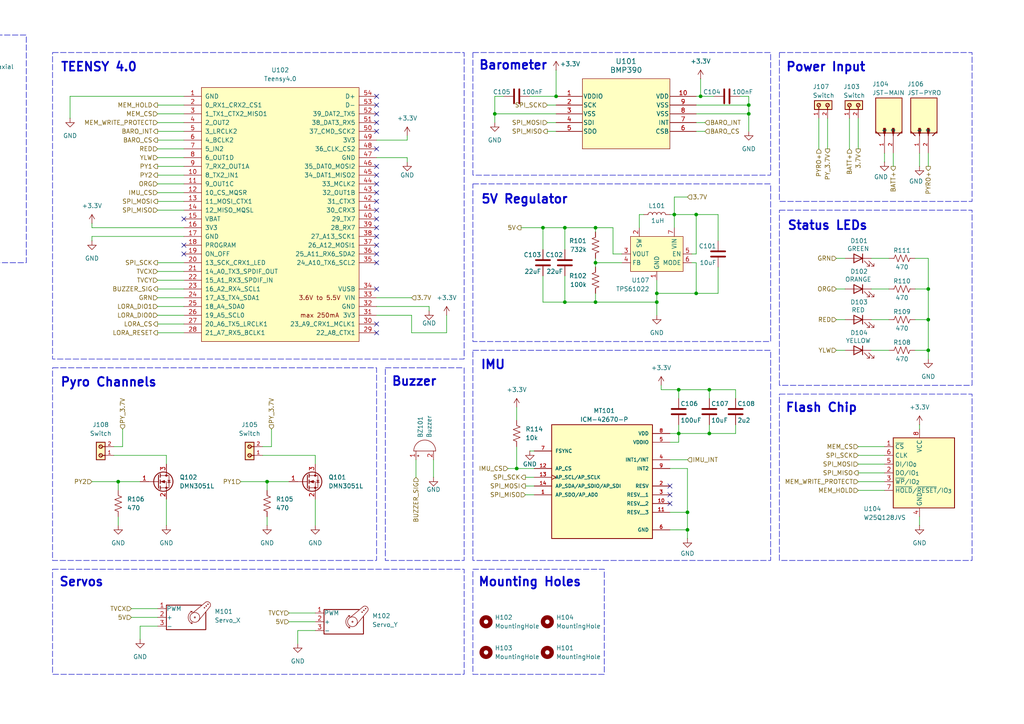
<source format=kicad_sch>
(kicad_sch (version 20250114) (generator "eeschema") (generator_version "9.0")
  (paper "A4")
  (rectangle (start 137.16 15.24) (end 223.52 50.8) (stroke (width 0) (type dash)))
  (rectangle (start 111.76 106.68) (end 134.62 162.56) (stroke (width 0) (type dash)))
  (rectangle (start 15.24 106.68) (end 109.22 162.56) (stroke (width 0) (type dash)))
  (rectangle (start 15.24 165.1) (end 134.62 195.58) (stroke (width 0) (type dash)))
  (rectangle (start -78.74 10.16) (end 7.62 76.2) (stroke (width 0) (type dash)))
  (rectangle (start 137.16 165.1) (end 175.26 195.58) (stroke (width 0) (type dash)))
  (rectangle (start 226.06 15.24) (end 281.94 58.42) (stroke (width 0) (type dash)))
  (rectangle (start 15.24 15.24) (end 134.62 104.14) (stroke (width 0) (type dash)))
  (rectangle (start 137.16 53.34) (end 223.52 99.06) (stroke (width 0) (type dash)))
  (rectangle (start 226.06 60.96) (end 281.94 111.76) (stroke (width 0) (type dash)))
  (rectangle (start 137.16 101.6) (end 223.52 162.56) (stroke (width 0) (type dash)))
  (rectangle (start 226.06 114.3) (end 281.94 162.56) (stroke (width 0) (type dash)))
  (text "Mounting Holes" (at 153.67 168.91 0) (effects (font (size 2.54 2.54) (thickness 0.508) (bold yes))))
  (text "TEENSY 4.0" (at 28.702 19.558 0) (effects (font (size 2.54 2.54) (thickness 0.508) (bold yes))))
  (text "5V Regulator" (at 152.146 57.912 0) (effects (font (size 2.54 2.54) (thickness 0.508) (bold yes))))
  (text "Status LEDs\n" (at 240.03 65.532 0) (effects (font (size 2.54 2.54) (thickness 0.508) (bold yes))))
  (text "IMU" (at 143.002 105.918 0) (effects (font (size 2.54 2.54) (thickness 0.508) (bold yes))))
  (text "Power Input\n" (at 239.522 19.558 0) (effects (font (size 2.54 2.54) (thickness 0.508) (bold yes))))
  (text "Servos" (at 23.622 168.91 0) (effects (font (size 2.54 2.54) (thickness 0.508) (bold yes))))
  (text "Pyro Channels\n" (at 31.496 110.998 0) (effects (font (size 2.54 2.54) (thickness 0.508) (bold yes))))
  (text "Flash Chip\n" (at 238.252 118.364 0) (effects (font (size 2.54 2.54) (thickness 0.508) (bold yes))))
  (text "LORA" (at -71.882 13.97 0) (effects (font (size 2.54 2.54) (thickness 0.508) (bold yes))))
  (text "Buzzer\n" (at 120.142 110.744 0) (effects (font (size 2.54 2.54) (thickness 0.508) (bold yes))))
  (text "Barometer\n" (at 148.844 19.05 0) (effects (font (size 2.54 2.54) (thickness 0.508) (bold yes))))
  (junction (at 161.29 27.94))
  (junction (at 172.72 87.63))
  (junction (at 269.24 101.6))
  (junction (at 143.51 33.02))
  (junction (at -35.56 64.77))
  (junction (at 196.85 125.73))
  (junction (at -35.56 67.31))
  (junction (at 205.74 125.73))
  (junction (at 157.48 66.04))
  (junction (at 172.72 76.2))
  (junction (at 269.24 92.71))
  (junction (at 190.5 85.09))
  (junction (at 269.24 83.82))
  (junction (at 172.72 66.04))
  (junction (at -35.56 27.94))
  (junction (at 77.47 139.7))
  (junction (at 217.17 33.02))
  (junction (at 149.86 135.89))
  (junction (at 163.83 87.63))
  (junction (at 201.93 62.23))
  (junction (at 203.2 27.94))
  (junction (at 199.39 153.67))
  (junction (at 34.29 139.7))
  (junction (at 199.39 148.59))
  (junction (at 205.74 113.03))
  (junction (at 190.5 87.63))
  (junction (at 217.17 30.48))
  (junction (at 201.93 85.09))
  (junction (at 163.83 66.04))
  (junction (at 196.85 113.03))
  (junction (at 195.58 62.23))
  (no_connect (at 109.22 50.8))
  (no_connect (at 109.22 68.58))
  (no_connect (at 109.22 58.42))
  (no_connect (at 109.22 33.02))
  (no_connect (at -8.89 55.88))
  (no_connect (at 109.22 43.18))
  (no_connect (at 194.31 143.51))
  (no_connect (at 53.34 63.5))
  (no_connect (at 109.22 60.96))
  (no_connect (at 109.22 73.66))
  (no_connect (at 109.22 35.56))
  (no_connect (at 109.22 71.12))
  (no_connect (at -22.86 50.8))
  (no_connect (at 109.22 83.82))
  (no_connect (at 109.22 63.5))
  (no_connect (at 109.22 30.48))
  (no_connect (at 109.22 76.2))
  (no_connect (at 109.22 53.34))
  (no_connect (at 194.31 140.97))
  (no_connect (at 53.34 73.66))
  (no_connect (at 109.22 93.98))
  (no_connect (at 109.22 96.52))
  (no_connect (at 109.22 27.94))
  (no_connect (at 109.22 55.88))
  (no_connect (at 194.31 146.05))
  (no_connect (at -22.86 43.18))
  (no_connect (at -22.86 48.26))
  (no_connect (at 109.22 66.04))
  (no_connect (at 53.34 71.12))
  (no_connect (at 109.22 38.1))
  (no_connect (at -22.86 45.72))
  (no_connect (at 109.22 48.26))
  (wire (pts (xy 214.63 27.94) (xy 217.17 27.94)))
  (wire (pts (xy 118.11 45.72) (xy 118.11 46.99)))
  (wire (pts (xy 109.22 45.72) (xy 118.11 45.72)))
  (wire (pts (xy 205.74 125.73) (xy 196.85 125.73)))
  (wire (pts (xy 213.36 125.73) (xy 205.74 125.73)))
  (wire (pts (xy 191.77 113.03) (xy 191.77 111.76)))
  (wire (pts (xy 177.8 73.66) (xy 177.8 66.04)))
  (wire (pts (xy 129.54 96.52) (xy 129.54 91.44)))
  (wire (pts (xy 109.22 86.36) (xy 119.38 86.36)))
  (wire (pts (xy 53.34 66.04) (xy 26.67 66.04)))
  (wire (pts (xy 265.43 83.82) (xy 269.24 83.82)))
  (wire (pts (xy 78.74 129.54) (xy 76.2 129.54)))
  (wire (pts (xy 265.43 74.93) (xy 269.24 74.93)))
  (wire (pts (xy 208.28 62.23) (xy 201.93 62.23)))
  (wire (pts (xy 208.28 77.47) (xy 208.28 85.09)))
  (wire (pts (xy 201.93 30.48) (xy 217.17 30.48)))
  (wire (pts (xy 45.72 60.96) (xy 53.34 60.96)))
  (wire (pts (xy 199.39 148.59) (xy 199.39 153.67)))
  (wire (pts (xy 194.31 128.27) (xy 196.85 128.27)))
  (wire (pts (xy 45.72 181.61) (xy 40.64 181.61)))
  (wire (pts (xy 190.5 81.28) (xy 190.5 85.09)))
  (wire (pts (xy 201.93 76.2) (xy 201.93 85.09)))
  (wire (pts (xy 242.57 74.93) (xy 245.11 74.93)))
  (wire (pts (xy 77.47 139.7) (xy 83.82 139.7)))
  (wire (pts (xy 196.85 113.03) (xy 205.74 113.03)))
  (wire (pts (xy 195.58 62.23) (xy 194.31 62.23)))
  (wire (pts (xy 205.74 123.19) (xy 205.74 125.73)))
  (wire (pts (xy 45.72 86.36) (xy 53.34 86.36)))
  (wire (pts (xy 172.72 74.93) (xy 172.72 76.2)))
  (wire (pts (xy 153.67 130.81) (xy 154.94 130.81)))
  (wire (pts (xy 45.72 50.8) (xy 53.34 50.8)))
  (wire (pts (xy 149.86 129.54) (xy 149.86 135.89)))
  (wire (pts (xy 201.93 62.23) (xy 195.58 62.23)))
  (wire (pts (xy 205.74 113.03) (xy 205.74 115.57)))
  (wire (pts (xy 237.49 34.29) (xy 237.49 43.18)))
  (wire (pts (xy 157.48 66.04) (xy 157.48 72.39)))
  (wire (pts (xy 265.43 101.6) (xy 269.24 101.6)))
  (wire (pts (xy 158.75 38.1) (xy 161.29 38.1)))
  (wire (pts (xy 248.92 134.62) (xy 256.54 134.62)))
  (wire (pts (xy 195.58 57.15) (xy 195.58 62.23)))
  (wire (pts (xy -35.56 67.31) (xy -35.56 68.58)))
  (wire (pts (xy -35.56 60.96) (xy -35.56 64.77)))
  (wire (pts (xy 163.83 66.04) (xy 163.83 72.39)))
  (wire (pts (xy 201.93 27.94) (xy 203.2 27.94)))
  (wire (pts (xy 45.72 48.26) (xy 53.34 48.26)))
  (wire (pts (xy 48.26 144.78) (xy 48.26 152.4)))
  (wire (pts (xy 240.03 34.29) (xy 240.03 43.18)))
  (wire (pts (xy 217.17 33.02) (xy 217.17 38.1)))
  (wire (pts (xy 194.31 125.73) (xy 196.85 125.73)))
  (wire (pts (xy 147.32 135.89) (xy 149.86 135.89)))
  (wire (pts (xy 149.86 118.11) (xy 149.86 121.92)))
  (wire (pts (xy 45.72 38.1) (xy 53.34 38.1)))
  (wire (pts (xy 172.72 85.09) (xy 172.72 87.63)))
  (wire (pts (xy 252.73 74.93) (xy 257.81 74.93)))
  (wire (pts (xy 163.83 80.01) (xy 163.83 87.63)))
  (wire (pts (xy 185.42 62.23) (xy 185.42 66.04)))
  (wire (pts (xy 45.72 53.34) (xy 53.34 53.34)))
  (wire (pts (xy 91.44 132.08) (xy 91.44 134.62)))
  (wire (pts (xy 201.93 85.09) (xy 190.5 85.09)))
  (wire (pts (xy 200.66 73.66) (xy 201.93 73.66)))
  (wire (pts (xy -53.34 67.31) (xy -35.56 67.31)))
  (wire (pts (xy 53.34 27.94) (xy 20.32 27.94)))
  (wire (pts (xy 194.31 135.89) (xy 199.39 135.89)))
  (wire (pts (xy 77.47 152.4) (xy 77.47 149.86)))
  (wire (pts (xy 248.92 139.7) (xy 256.54 139.7)))
  (wire (pts (xy 269.24 92.71) (xy 269.24 101.6)))
  (wire (pts (xy 213.36 113.03) (xy 213.36 115.57)))
  (wire (pts (xy 191.77 113.03) (xy 196.85 113.03)))
  (wire (pts (xy 119.38 91.44) (xy 119.38 96.52)))
  (wire (pts (xy 83.82 180.34) (xy 91.44 180.34)))
  (wire (pts (xy 157.48 80.01) (xy 157.48 87.63)))
  (wire (pts (xy 196.85 113.03) (xy 196.85 115.57)))
  (wire (pts (xy 199.39 153.67) (xy 199.39 156.21)))
  (wire (pts (xy 201.93 35.56) (xy 204.47 35.56)))
  (wire (pts (xy 35.56 129.54) (xy 33.02 129.54)))
  (wire (pts (xy 172.72 66.04) (xy 163.83 66.04)))
  (wire (pts (xy 201.93 38.1) (xy 204.47 38.1)))
  (wire (pts (xy -33.02 60.96) (xy -33.02 64.77)))
  (wire (pts (xy 38.1 176.53) (xy 45.72 176.53)))
  (wire (pts (xy -38.1 64.77) (xy -35.56 64.77)))
  (wire (pts (xy 252.73 92.71) (xy 257.81 92.71)))
  (wire (pts (xy -38.1 60.96) (xy -38.1 64.77)))
  (wire (pts (xy 69.85 139.7) (xy 77.47 139.7)))
  (wire (pts (xy 38.1 179.07) (xy 45.72 179.07)))
  (wire (pts (xy 26.67 68.58) (xy 53.34 68.58)))
  (wire (pts (xy 45.72 30.48) (xy 53.34 30.48)))
  (wire (pts (xy 158.75 30.48) (xy 161.29 30.48)))
  (wire (pts (xy 177.8 66.04) (xy 172.72 66.04)))
  (wire (pts (xy 201.93 73.66) (xy 201.93 62.23)))
  (wire (pts (xy 163.83 66.04) (xy 157.48 66.04)))
  (wire (pts (xy 76.2 132.08) (xy 91.44 132.08)))
  (wire (pts (xy 109.22 40.64) (xy 118.11 40.64)))
  (wire (pts (xy 208.28 62.23) (xy 208.28 69.85)))
  (wire (pts (xy 196.85 125.73) (xy 196.85 123.19)))
  (wire (pts (xy 83.82 177.8) (xy 91.44 177.8)))
  (wire (pts (xy 45.72 88.9) (xy 53.34 88.9)))
  (wire (pts (xy 203.2 27.94) (xy 207.01 27.94)))
  (wire (pts (xy 149.86 135.89) (xy 154.94 135.89)))
  (wire (pts (xy 120.65 138.43) (xy 120.65 133.35)))
  (wire (pts (xy 119.38 96.52) (xy 129.54 96.52)))
  (wire (pts (xy 186.69 62.23) (xy 185.42 62.23)))
  (wire (pts (xy 45.72 83.82) (xy 53.34 83.82)))
  (wire (pts (xy 45.72 58.42) (xy 53.34 58.42)))
  (wire (pts (xy 146.05 27.94) (xy 143.51 27.94)))
  (wire (pts (xy -35.56 27.94) (xy -35.56 33.02)))
  (wire (pts (xy 248.92 34.29) (xy 248.92 43.18)))
  (wire (pts (xy -22.86 53.34) (xy -12.7 53.34)))
  (wire (pts (xy 53.34 91.44) (xy 45.72 91.44)))
  (wire (pts (xy 199.39 57.15) (xy 195.58 57.15)))
  (wire (pts (xy 158.75 35.56) (xy 161.29 35.56)))
  (wire (pts (xy 26.67 66.04) (xy 26.67 64.77)))
  (wire (pts (xy 242.57 101.6) (xy 245.11 101.6)))
  (wire (pts (xy 248.92 129.54) (xy 256.54 129.54)))
  (wire (pts (xy -35.56 25.4) (xy -35.56 27.94)))
  (wire (pts (xy -60.96 45.72) (xy -48.26 45.72)))
  (wire (pts (xy 200.66 76.2) (xy 201.93 76.2)))
  (wire (pts (xy 180.34 73.66) (xy 177.8 73.66)))
  (wire (pts (xy -53.34 54.61) (xy -53.34 27.94)))
  (wire (pts (xy -22.86 55.88) (xy -12.7 55.88)))
  (wire (pts (xy 195.58 62.23) (xy 195.58 66.04)))
  (wire (pts (xy -22.86 17.78) (xy -19.05 17.78)))
  (wire (pts (xy 266.7 123.19) (xy 266.7 124.46)))
  (wire (pts (xy 109.22 91.44) (xy 119.38 91.44)))
  (wire (pts (xy 143.51 27.94) (xy 143.51 33.02)))
  (wire (pts (xy 269.24 83.82) (xy 269.24 92.71)))
  (wire (pts (xy 190.5 87.63) (xy 172.72 87.63)))
  (wire (pts (xy 266.7 44.45) (xy 266.7 48.26)))
  (wire (pts (xy 40.64 181.61) (xy 40.64 185.42)))
  (wire (pts (xy 256.54 44.45) (xy 256.54 46.99)))
  (wire (pts (xy 45.72 93.98) (xy 53.34 93.98)))
  (wire (pts (xy 246.38 34.29) (xy 246.38 43.18)))
  (wire (pts (xy -22.86 21.59) (xy -22.86 17.78)))
  (wire (pts (xy 190.5 85.09) (xy 190.5 87.63)))
  (wire (pts (xy 205.74 113.03) (xy 213.36 113.03)))
  (wire (pts (xy 125.73 138.43) (xy 125.73 133.35)))
  (wire (pts (xy 26.67 139.7) (xy 34.29 139.7)))
  (wire (pts (xy 248.92 137.16) (xy 256.54 137.16)))
  (wire (pts (xy 157.48 66.04) (xy 151.13 66.04)))
  (wire (pts (xy -53.34 62.23) (xy -53.34 67.31)))
  (wire (pts (xy 45.72 40.64) (xy 53.34 40.64)))
  (wire (pts (xy 152.4 138.43) (xy 154.94 138.43)))
  (wire (pts (xy 242.57 83.82) (xy 245.11 83.82)))
  (wire (pts (xy 20.32 27.94) (xy 20.32 34.29)))
  (wire (pts (xy 118.11 40.64) (xy 118.11 39.37)))
  (wire (pts (xy 35.56 124.46) (xy 35.56 129.54)))
  (wire (pts (xy 208.28 85.09) (xy 201.93 85.09)))
  (wire (pts (xy -53.34 27.94) (xy -35.56 27.94)))
  (wire (pts (xy -60.96 50.8) (xy -48.26 50.8)))
  (wire (pts (xy 45.72 55.88) (xy 53.34 55.88)))
  (wire (pts (xy -60.96 40.64) (xy -48.26 40.64)))
  (wire (pts (xy 143.51 33.02) (xy 143.51 35.56)))
  (wire (pts (xy 124.46 90.17) (xy 124.46 88.9)))
  (wire (pts (xy 45.72 45.72) (xy 53.34 45.72)))
  (wire (pts (xy 45.72 43.18) (xy 53.34 43.18)))
  (wire (pts (xy 86.36 182.88) (xy 86.36 186.69)))
  (wire (pts (xy 161.29 20.32) (xy 161.29 27.94)))
  (wire (pts (xy 45.72 96.52) (xy 53.34 96.52)))
  (wire (pts (xy 266.7 149.86) (xy 266.7 152.4)))
  (wire (pts (xy 269.24 101.6) (xy 269.24 104.14)))
  (wire (pts (xy 248.92 142.24) (xy 256.54 142.24)))
  (wire (pts (xy 265.43 92.71) (xy 269.24 92.71)))
  (wire (pts (xy 199.39 153.67) (xy 194.31 153.67)))
  (wire (pts (xy 152.4 140.97) (xy 154.94 140.97)))
  (wire (pts (xy 172.72 76.2) (xy 172.72 77.47)))
  (wire (pts (xy 201.93 33.02) (xy 217.17 33.02)))
  (wire (pts (xy 172.72 66.04) (xy 172.72 67.31)))
  (wire (pts (xy 45.72 78.74) (xy 53.34 78.74)))
  (wire (pts (xy 34.29 152.4) (xy 34.29 149.86)))
  (wire (pts (xy 45.72 33.02) (xy 53.34 33.02)))
  (wire (pts (xy -60.96 38.1) (xy -48.26 38.1)))
  (wire (pts (xy -22.86 38.1) (xy -13.97 38.1)))
  (wire (pts (xy 194.31 148.59) (xy 199.39 148.59)))
  (wire (pts (xy 252.73 101.6) (xy 257.81 101.6)))
  (wire (pts (xy 248.92 132.08) (xy 256.54 132.08)))
  (wire (pts (xy 157.48 87.63) (xy 163.83 87.63)))
  (wire (pts (xy 34.29 142.24) (xy 34.29 139.7)))
  (wire (pts (xy 161.29 33.02) (xy 143.51 33.02)))
  (wire (pts (xy 194.31 133.35) (xy 199.39 133.35)))
  (wire (pts (xy 199.39 135.89) (xy 199.39 148.59)))
  (wire (pts (xy 45.72 81.28) (xy 53.34 81.28)))
  (wire (pts (xy 269.24 74.93) (xy 269.24 83.82)))
  (wire (pts (xy 269.24 44.45) (xy 269.24 48.26)))
  (wire (pts (xy 203.2 22.86) (xy 203.2 27.94)))
  (wire (pts (xy 77.47 142.24) (xy 77.47 139.7)))
  (wire (pts (xy 259.08 44.45) (xy 259.08 48.26)))
  (wire (pts (xy 153.67 27.94) (xy 161.29 27.94)))
  (wire (pts (xy 45.72 35.56) (xy 53.34 35.56)))
  (wire (pts (xy 78.74 124.46) (xy 78.74 129.54)))
  (wire (pts (xy 217.17 30.48) (xy 217.17 33.02)))
  (wire (pts (xy -13.97 22.86) (xy -13.97 38.1)))
  (wire (pts (xy 91.44 182.88) (xy 86.36 182.88)))
  (wire (pts (xy 242.57 92.71) (xy 245.11 92.71)))
  (wire (pts (xy 252.73 83.82) (xy 257.81 83.82)))
  (wire (pts (xy 45.72 76.2) (xy 53.34 76.2)))
  (wire (pts (xy 26.67 69.85) (xy 26.67 68.58)))
  (wire (pts (xy -35.56 64.77) (xy -35.56 67.31)))
  (wire (pts (xy 91.44 144.78) (xy 91.44 152.4)))
  (wire (pts (xy 33.02 132.08) (xy 48.26 132.08)))
  (wire (pts (xy 180.34 76.2) (xy 172.72 76.2)))
  (wire (pts (xy 34.29 139.7) (xy 40.64 139.7)))
  (wire (pts (xy 163.83 87.63) (xy 172.72 87.63)))
  (wire (pts (xy 213.36 123.19) (xy 213.36 125.73)))
  (wire (pts (xy 190.5 87.63) (xy 190.5 91.44)))
  (wire (pts (xy 48.26 132.08) (xy 48.26 134.62)))
  (wire (pts (xy 109.22 88.9) (xy 124.46 88.9)))
  (wire (pts (xy 217.17 27.94) (xy 217.17 30.48)))
  (wire (pts (xy -33.02 64.77) (xy -35.56 64.77)))
  (wire (pts (xy -60.96 43.18) (xy -48.26 43.18)))
  (wire (pts (xy 152.4 143.51) (xy 154.94 143.51)))
  (wire (pts (xy 196.85 128.27) (xy 196.85 125.73)))
  (hierarchical_label "YLW" (shape input) (at 45.72 45.72 180))
  (hierarchical_label "LORA_CS" (shape output) (at 45.72 93.98 180))
  (hierarchical_label "BARO_INT" (shape output) (at 45.72 38.1 180))
  (hierarchical_label "LORA_DIO1" (shape input) (at 45.72 88.9 180))
  (hierarchical_label "SPI_MISO" (shape input) (at 152.4 143.51 180))
  (hierarchical_label "3.7V" (shape input) (at 199.39 57.15 0))
  (hierarchical_label "SPI_MISO" (shape output) (at -60.96 43.18 180))
  (hierarchical_label "PY_3.7V" (shape input) (at 78.74 124.46 90))
  (hierarchical_label "LORA_RESET" (shape output) (at 45.72 96.52 180))
  (hierarchical_label "TVCY" (shape input) (at 83.82 177.8 180))
  (hierarchical_label "BATT+" (shape input) (at 246.38 43.18 270))
  (hierarchical_label "MEM_WRITE_PROTECT" (shape input) (at 45.72 35.56 180))
  (hierarchical_label "LORA_DIO1" (shape input) (at -12.7 53.34 0))
  (hierarchical_label "SPI_MISO" (shape input) (at 45.72 60.96 180))
  (hierarchical_label "PYRO+" (shape output) (at 269.24 48.26 270))
  (hierarchical_label "PYRO+" (shape input) (at 237.49 43.18 270))
  (hierarchical_label "SPI_SCK" (shape output) (at 152.4 138.43 180))
  (hierarchical_label "IMU_INT" (shape input) (at 199.39 133.35 0))
  (hierarchical_label "BUZZER_SIG" (shape output) (at 45.72 83.82 180))
  (hierarchical_label "MEM_WRITE_PROTECT" (shape input) (at 248.92 139.7 180))
  (hierarchical_label "BARO_INT" (shape input) (at 204.47 35.56 0))
  (hierarchical_label "PY2" (shape input) (at 26.67 139.7 180))
  (hierarchical_label "SPI_SCK" (shape input) (at 248.92 132.08 180))
  (hierarchical_label "RED" (shape input) (at 242.57 92.71 180))
  (hierarchical_label "RED" (shape input) (at 45.72 43.18 180))
  (hierarchical_label "SPI_MOSI" (shape output) (at 152.4 140.97 180))
  (hierarchical_label "SPI_MOSI" (shape input) (at 158.75 35.56 180))
  (hierarchical_label "ORG" (shape input) (at 242.57 83.82 180))
  (hierarchical_label "3.7V" (shape input) (at 119.38 86.36 0))
  (hierarchical_label "TVCY" (shape input) (at 45.72 81.28 180))
  (hierarchical_label "BARO_CS" (shape input) (at 204.47 38.1 0))
  (hierarchical_label "PY2" (shape output) (at 45.72 50.8 180))
  (hierarchical_label "SPI_SCK" (shape output) (at 45.72 76.2 180))
  (hierarchical_label "IMU_CS" (shape input) (at 147.32 135.89 180))
  (hierarchical_label "BATT+" (shape output) (at 259.08 48.26 270))
  (hierarchical_label "IMU_CS" (shape input) (at 45.72 55.88 180))
  (hierarchical_label "SPI_MISO" (shape output) (at 158.75 38.1 180))
  (hierarchical_label "LORA_CS" (shape input) (at -60.96 45.72 180))
  (hierarchical_label "SPI_SCK" (shape input) (at -60.96 38.1 180))
  (hierarchical_label "BARO_CS" (shape output) (at 45.72 40.64 180))
  (hierarchical_label "PY1" (shape output) (at 45.72 48.26 180))
  (hierarchical_label "5V" (shape input) (at 38.1 179.07 180))
  (hierarchical_label "SPI_MISO" (shape output) (at 248.92 137.16 180))
  (hierarchical_label "TVCX" (shape input) (at 38.1 176.53 180))
  (hierarchical_label "PY_3.7V" (shape output) (at 240.03 43.18 270))
  (hierarchical_label "3.7V" (shape output) (at 248.92 43.18 270))
  (hierarchical_label "LORA_RESET" (shape input) (at -60.96 50.8 180))
  (hierarchical_label "PY1" (shape input) (at 69.85 139.7 180))
  (hierarchical_label "LORA_DIO0" (shape input) (at -12.7 55.88 0))
  (hierarchical_label "SPI_SCK" (shape input) (at 158.75 30.48 180))
  (hierarchical_label "GRN" (shape input) (at 242.57 74.93 180))
  (hierarchical_label "PY_3.7V" (shape input) (at 35.56 124.46 90))
  (hierarchical_label "SPI_MOSI" (shape input) (at -60.96 40.64 180))
  (hierarchical_label "TVCX" (shape input) (at 45.72 78.74 180))
  (hierarchical_label "LORA_DIO0" (shape input) (at 45.72 91.44 180))
  (hierarchical_label "MEM_CS" (shape input) (at 45.72 33.02 180))
  (hierarchical_label "5V" (shape output) (at 151.13 66.04 180))
  (hierarchical_label "YLW" (shape input) (at 242.57 101.6 180))
  (hierarchical_label "MEM_HOLD" (shape output) (at 45.72 30.48 180))
  (hierarchical_label "SPI_MOSI" (shape input) (at 248.92 134.62 180))
  (hierarchical_label "SPI_MOSI" (shape output) (at 45.72 58.42 180))
  (hierarchical_label "5V" (shape input) (at 83.82 180.34 180))
  (hierarchical_label "ORG" (shape input) (at 45.72 53.34 180))
  (hierarchical_label "MEM_CS" (shape input) (at 248.92 129.54 180))
  (hierarchical_label "BUZZER_SIG" (shape input) (at 120.65 138.43 270))
  (hierarchical_label "GRN" (shape input) (at 45.72 86.36 180))
  (hierarchical_label "MEM_HOLD" (shape input) (at 248.92 142.24 180))
  (symbol (lib_id "power:GND") (at -22.86 21.59 0) (unit 1)
    (property "Reference" "#PWR0132" (effects (hide yes)))
    (property "Value" "GND" (at -22.86 26.67 0))
    (property "Description" "Power symbol creates a global label with name \"GND\" , ground" (effects (hide yes)))
  )
  (symbol (lib_id "Device:R_US") (at 77.47 146.05 0) (unit 1)
    (property "Reference" "R105" (at 80.01 144.7799 0) (effects (justify left)))
    (property "Value" "470" (at 80.01 147.3199 0) (effects (justify left)))
    (property "Footprint" "Resistor_SMD:R_0805_2012Metric" (effects (hide yes)))
    (property "Description" "Resistor, US symbol" (effects (hide yes)))
  )
  (symbol (lib_id "power:+3.3V") (at 161.29 20.32 0) (mirror y) (unit 1)
    (property "Reference" "#PWR0129" (effects (hide yes)))
    (property "Value" "+3.3V" (at 165.354 18.542 0))
    (property "Description" "Power symbol creates a global label with name \"+3.3V\"" (effects (hide yes)))
  )
  (symbol (lib_id "Device:R_US") (at 261.62 74.93 90) (unit 1)
    (property "Reference" "R111" (at 261.62 72.644 90))
    (property "Value" "470" (at 261.62 77.47 90))
    (property "Footprint" "Resistor_SMD:R_0805_2012Metric" (effects (hide yes)))
    (property "Description" "Resistor, US symbol" (effects (hide yes)))
  )
  (symbol (lib_id "Transistor_FET:DMN3051L") (at 88.9 139.7 0) (unit 1)
    (property "Reference" "Q101" (at 95.25 138.4299 0) (effects (justify left)))
    (property "Value" "DMN3051L" (at 95.25 140.9699 0) (effects (justify left)))
    (property "Footprint" "Package_TO_SOT_SMD:SOT-23" (effects (hide yes)))
    (property "Datasheet" "http://www.diodes.com/assets/Datasheets/ds31347.pdf" (effects (hide yes)))
    (property "Description" "5.8A Id, 30V Vds, N-Channel MOSFET, SOT-23" (effects (hide yes)))
  )
  (symbol (lib_id "power:GND") (at 266.7 152.4 0) (unit 1)
    (property "Reference" "#PWR0121" (effects (hide yes)))
    (property "Value" "GND" (at 266.7 157.48 0))
    (property "Description" "Power symbol creates a global label with name \"GND\" , ground" (effects (hide yes)))
  )
  (symbol (lib_id "Device:R_US") (at 149.86 125.73 0) (unit 1)
    (property "Reference" "R114" (at 152.4 124.4599 0) (effects (justify left)))
    (property "Value" "10k" (at 152.4 126.9999 0) (effects (justify left)))
    (property "Footprint" "Resistor_SMD:R_0805_2012Metric" (effects (hide yes)))
    (property "Description" "Resistor, US symbol" (effects (hide yes)))
  )
  (symbol (lib_id "Mechanical:MountingHole") (at 140.97 189.23 0) (unit 1) (in_bom no)
    (property "Reference" "H103" (at 143.51 187.9599 0) (effects (justify left)))
    (property "Value" "MountingHole" (at 143.51 190.4999 0) (effects (justify left)))
    (property "Footprint" "MountingHole:MountingHole_3.5mm_Pad" (effects (hide yes)))
    (property "Description" "Mounting Hole without connection" (effects (hide yes)))
  )
  (symbol (lib_id "power:GND") (at 153.67 130.81 0) (unit 1)
    (property "Reference" "#PWR0126" (effects (hide yes)))
    (property "Value" "GND" (at 153.67 134.62 0))
    (property "Description" "Power symbol creates a global label with name \"GND\" , ground" (effects (hide yes)))
  )
  (symbol (lib_id "power:GND") (at 217.17 38.1 0) (unit 1)
    (property "Reference" "#PWR0105" (effects (hide yes)))
    (property "Value" "GND" (at 217.17 43.18 0))
    (property "Description" "Power symbol creates a global label with name \"GND\" , ground" (effects (hide yes)))
  )
  (symbol (lib_id "Device:R_US") (at 261.62 92.71 90) (unit 1)
    (property "Reference" "R109" (at 261.62 90.424 90))
    (property "Value" "470" (at 261.62 95.25 90))
    (property "Footprint" "Resistor_SMD:R_0805_2012Metric" (effects (hide yes)))
    (property "Description" "Resistor, US symbol" (effects (hide yes)))
  )
  (symbol (lib_id "power:GND") (at 77.47 152.4 0) (unit 1)
    (property "Reference" "#PWR0118" (effects (hide yes)))
    (property "Value" "GND" (at 77.47 157.48 0))
    (property "Description" "Power symbol creates a global label with name \"GND\" , ground" (effects (hide yes)))
  )
  (symbol (lib_id "Device:C") (at 149.86 27.94 90) (unit 1)
    (property "Reference" "C105" (at 148.082 26.67 90) (effects (justify left)))
    (property "Value" "100nF" (at 157.48 26.67 90) (effects (justify left)))
    (property "Footprint" "Capacitor_SMD:C_0805_2012Metric" (effects (hide yes)))
    (property "Description" "Unpolarized capacitor" (effects (hide yes)))
  )
  (symbol (lib_id "Motor:Motor_Servo") (at 53.34 179.07 0) (unit 1)
    (property "Reference" "M101" (at 62.23 177.3668 0) (effects (justify left)))
    (property "Value" "Servo_X" (at 62.23 179.9068 0) (effects (justify left)))
    (property "Footprint" "Servo_Pins:WURTH_61300311121" (effects (hide yes)))
    (property "Datasheet" "http://forums.parallax.com/uploads/attachments/46831/74481.png" (effects (hide yes)))
    (property "Description" "Servo Motor (Futaba, HiTec, JR connector)" (effects (hide yes)))
  )
  (symbol (lib_id "IMU:ICM-42670-P") (at 180.34 135.89 0) (unit 1)
    (property "Reference" "MT101" (at 175.26 119.126 0))
    (property "Value" "ICM-42670-P" (at 175.26 121.666 0))
    (property "Footprint" "IMU:XDCR_ICM-42670-P" (effects (hide yes)))
    (property "PARTREV" "1.1" (effects (hide yes)))
    (property "STANDARD" "Manufacturer Recommendations" (effects (hide yes)))
    (property "MAXIMUM_PACKAGE_HEIGHT" "0.81 mm" (effects (hide yes)))
    (property "MANUFACTURER" "TDK InvenSense" (effects (hide yes)))
  )
  (symbol (lib_id "Connector:Conn_Coaxial") (at -13.97 17.78 270) (mirror x) (unit 1)
    (property "Reference" "J101" (at -8.89 16.8273 90) (effects (justify left)))
    (property "Value" "Conn_Coaxial" (at -8.89 19.3673 90) (effects (justify left)))
    (property "Footprint" "Connector_Coaxial:SMA_Molex_73251-1153_EdgeMount_Horizontal" (effects (hide yes)))
    (property "Description" "coaxial connector (BNC, SMA, SMB, SMC, Cinch/RCA, LEMO, ...)" (effects (hide yes)))
  )
  (symbol (lib_id "power:GND") (at 143.51 35.56 0) (unit 1)
    (property "Reference" "#PWR0106" (effects (hide yes)))
    (property "Value" "GND" (at 143.51 40.64 0))
    (property "Description" "Power symbol creates a global label with name \"GND\" , ground" (effects (hide yes)))
  )
  (symbol (lib_id "power:GND") (at 48.26 152.4 0) (unit 1)
    (property "Reference" "#PWR0120" (effects (hide yes)))
    (property "Value" "GND" (at 48.26 157.48 0))
    (property "Description" "Power symbol creates a global label with name \"GND\" , ground" (effects (hide yes)))
  )
  (symbol (lib_id "power:GND") (at 118.11 46.99 0) (unit 1)
    (property "Reference" "#PWR0107" (effects (hide yes)))
    (property "Value" "GND" (at 118.11 50.8 0))
    (property "Description" "Power symbol creates a global label with name \"GND\" , ground" (effects (hide yes)))
  )
  (symbol (lib_id "Device:LED") (at 248.92 83.82 0) (mirror y) (unit 1)
    (property "Reference" "D102" (at 249.174 78.74 0))
    (property "Value" "ORANGE" (at 248.92 81.026 0))
    (property "Footprint" "LED_SMD:LED_0603_1608Metric" (effects (hide yes)))
    (property "Description" "Light emitting diode" (effects (hide yes)))
    (property "Sim.Pins" "1=K 2=A" (effects (hide yes)))
  )
  (symbol (lib_id "Device:C") (at 157.48 76.2 0) (mirror y) (unit 1)
    (property "Reference" "C103" (at 156.972 73.914 0) (effects (justify left)))
    (property "Value" "22uF" (at 156.972 78.74 0) (effects (justify left)))
    (property "Footprint" "Capacitor_SMD:C_0805_2012Metric" (effects (hide yes)))
    (property "Description" "Unpolarized capacitor" (effects (hide yes)))
  )
  (symbol (lib_id "power:GND") (at 125.73 138.43 0) (unit 1)
    (property "Reference" "#PWR0115" (effects (hide yes)))
    (property "Value" "GND" (at 125.73 141.986 0))
    (property "Description" "Power symbol creates a global label with name \"GND\" , ground" (effects (hide yes)))
  )
  (symbol (lib_id "power:GND") (at 269.24 104.14 0) (unit 1)
    (property "Reference" "#PWR0108" (effects (hide yes)))
    (property "Value" "GND" (at 269.24 109.22 0))
    (property "Description" "Power symbol creates a global label with name \"GND\" , ground" (effects (hide yes)))
  )
  (symbol (lib_id "BMP390:BMP390") (at 161.29 27.94 0) (unit 1)
    (property "Reference" "U101" (at 181.61 17.78 0) (effects (font (size 1.524 1.524))))
    (property "Value" "BMP390" (at 181.61 20.32 0) (effects (font (size 1.524 1.524))))
    (property "Footprint" "BMP390:10LGA_2X2X0p75_BOS" (effects (hide yes)))
    (property "Datasheet" "BMP390" (effects (hide yes)))
  )
  (symbol (lib_id "Device:C") (at 213.36 119.38 0) (unit 1)
    (property "Reference" "C108" (at 213.868 117.094 0) (effects (justify left)))
    (property "Value" "2u2" (at 213.868 121.92 0) (effects (justify left)))
    (property "Footprint" "Capacitor_SMD:C_0805_2012Metric" (effects (hide yes)))
    (property "Description" "Unpolarized capacitor" (effects (hide yes)))
  )
  (symbol (lib_id "power:GND") (at 86.36 186.69 0) (unit 1)
    (property "Reference" "#PWR0104" (effects (hide yes)))
    (property "Value" "GND" (at 86.36 191.77 0))
    (property "Description" "Power symbol creates a global label with name \"GND\" , ground" (effects (hide yes)))
  )
  (symbol (lib_id "Device:LED") (at 248.92 101.6 0) (mirror y) (unit 1)
    (property "Reference" "D104" (at 249.174 96.52 0))
    (property "Value" "YELLOW" (at 248.92 98.806 0))
    (property "Footprint" "LED_SMD:LED_0603_1608Metric" (effects (hide yes)))
    (property "Description" "Light emitting diode" (effects (hide yes)))
    (property "Sim.Pins" "1=K 2=A" (effects (hide yes)))
  )
  (symbol (lib_id "power:GND") (at 34.29 152.4 0) (unit 1)
    (property "Reference" "#PWR0119" (effects (hide yes)))
    (property "Value" "GND" (at 34.29 157.48 0))
    (property "Description" "Power symbol creates a global label with name \"GND\" , ground" (effects (hide yes)))
  )
  (symbol (lib_id "Device:L") (at 190.5 62.23 270) (mirror x) (unit 1)
    (property "Reference" "L101" (at 190.5 59.69 90))
    (property "Value" "1uH" (at 190.754 64.008 90))
    (property "Footprint" "Inductor_SMD:L_Bourns_SRN6045TA" (effects (hide yes)))
    (property "Description" "Inductor" (effects (hide yes)))
  )
  (symbol (lib_id "Terminal_Block:691137710002") (at 27.94 129.54 90) (unit 1)
    (property "Reference" "J108" (at 29.21 123.19 90))
    (property "Value" "Switch" (at 29.21 125.73 90))
    (property "Footprint" "TerminalBlock_Wuerth:691137710002" (effects (hide yes)))
  )
  (symbol (lib_id "Device:C") (at -53.34 58.42 0) (unit 1)
    (property "Reference" "C109" (at -52.832 56.134 0) (effects (justify left)))
    (property "Value" "100uF" (at -52.832 60.96 0) (effects (justify left)))
    (property "Footprint" "Capacitor_SMD:C_0805_2012Metric" (effects (hide yes)))
    (property "Description" "Unpolarized capacitor" (effects (hide yes)))
  )
  (symbol (lib_id "Device:Buzzer") (at 123.19 130.81 90) (unit 1)
    (property "Reference" "BZ101" (at 121.9199 127 0) (effects (justify left)))
    (property "Value" "Buzzer" (at 124.4599 127 0) (effects (justify left)))
    (property "Footprint" "Buzzer_Beeper:Buzzer_Mallory_AST1109MLTRQ" (effects (hide yes)))
    (property "Description" "Buzzer, polarized" (effects (hide yes)))
  )
  (symbol (lib_id "power:GND") (at -35.56 68.58 0) (unit 1)
    (property "Reference" "#PWR0130" (effects (hide yes)))
    (property "Value" "GND" (at -35.56 73.66 0))
    (property "Description" "Power symbol creates a global label with name \"GND\" , ground" (effects (hide yes)))
  )
  (symbol (lib_id "Device:R_US") (at 261.62 101.6 90) (unit 1)
    (property "Reference" "R108" (at 261.62 99.314 90))
    (property "Value" "470" (at 261.62 104.14 90))
    (property "Footprint" "Resistor_SMD:R_0805_2012Metric" (effects (hide yes)))
    (property "Description" "Resistor, US symbol" (effects (hide yes)))
  )
  (symbol (lib_id "JST:B2B-PH-K-S") (at 259.08 34.29 90) (unit 1)
    (property "Reference" "J104" (at 252.984 24.384 90) (effects (justify right)))
    (property "Value" "JST-MAIN" (at 252.984 26.924 90) (effects (justify right)))
    (property "Footprint" "JST:JST_B2B-PH-K-S" (effects (hide yes)))
    (property "MANUFACTURER" "JST" (effects (hide yes)))
  )
  (symbol (lib_id "RF_Module:RFM96W-433S2") (at -35.56 45.72 0) (unit 1)
    (property "Reference" "U103" (at -33.4167 30.48 0) (effects (justify left)))
    (property "Value" "RFM96W-433S2" (at -33.4167 33.02 0) (effects (justify left)))
    (property "Footprint" "RFM96W-433S2:MODULE_RFM96W-433S2" (effects (hide yes)))
    (property "Datasheet" "https://www.hoperf.com/data/upload/portal/20181127/5bfcc0ac60235.pdf" (effects (hide yes)))
    (property "Description" "Low power long range transceiver module, SPI and parallel interface, 433 MHz, spreading factor 6 to12, bandwidth 7.8 to 500kHz, -111 to -148 dBm, SMD-16, DIP-16" (effects (hide yes)))
  )
  (symbol (lib_id "power:+3.3V") (at 129.54 91.44 0) (mirror y) (unit 1)
    (property "Reference" "#PWR0114" (effects (hide yes)))
    (property "Value" "+3.3V" (at 129.54 86.36 0))
    (property "Description" "Power symbol creates a global label with name \"+3.3V\"" (effects (hide yes)))
  )
  (symbol (lib_id "Device:C") (at 210.82 27.94 90) (unit 1)
    (property "Reference" "C104" (at 209.042 26.67 90) (effects (justify left)))
    (property "Value" "100nF" (at 218.44 26.67 90) (effects (justify left)))
    (property "Footprint" "Capacitor_SMD:C_0805_2012Metric" (effects (hide yes)))
    (property "Description" "Unpolarized capacitor" (effects (hide yes)))
  )
  (symbol (lib_id "power:+3.3V") (at 149.86 118.11 0) (mirror y) (unit 1)
    (property "Reference" "#PWR0127" (effects (hide yes)))
    (property "Value" "+3.3V" (at 149.86 113.03 0))
    (property "Description" "Power symbol creates a global label with name \"+3.3V\"" (effects (hide yes)))
  )
  (symbol (lib_id "Terminal_Block:691137710002") (at 71.12 129.54 90) (unit 1)
    (property "Reference" "J105" (at 72.39 123.19 90))
    (property "Value" "Switch" (at 72.39 125.73 90))
    (property "Footprint" "TerminalBlock_Wuerth:691137710002" (effects (hide yes)))
  )
  (symbol (lib_id "power:GND") (at 190.5 91.44 0) (mirror y) (unit 1)
    (property "Reference" "#PWR0102" (effects (hide yes)))
    (property "Value" "GND" (at 190.5 96.52 0))
    (property "Description" "Power symbol creates a global label with name \"GND\" , ground" (effects (hide yes)))
  )
  (symbol (lib_id "power:+3.3V") (at -35.56 25.4 0) (mirror y) (unit 1)
    (property "Reference" "#PWR0131" (effects (hide yes)))
    (property "Value" "+3.3V" (at -35.56 20.32 0))
    (property "Description" "Power symbol creates a global label with name \"+3.3V\"" (effects (hide yes)))
  )
  (symbol (lib_id "Device:R_US") (at 172.72 81.28 0) (mirror y) (unit 1)
    (property "Reference" "R102" (at 170.18 80.0099 0) (effects (justify left)))
    (property "Value" "100k" (at 170.18 82.5499 0) (effects (justify left)))
    (property "Footprint" "Resistor_SMD:R_0805_2012Metric" (effects (hide yes)))
    (property "Description" "Resistor, US symbol" (effects (hide yes)))
  )
  (symbol (lib_id "power:GND") (at 256.54 46.99 0) (unit 1)
    (property "Reference" "#PWR0101" (effects (hide yes)))
    (property "Value" "GND" (at 255.524 51.308 0))
    (property "Description" "Power symbol creates a global label with name \"GND\" , ground" (effects (hide yes)))
  )
  (symbol (lib_id "Terminal_Block:691137710002") (at 248.92 29.21 0) (unit 1)
    (property "Reference" "J103" (at 244.602 25.146 0) (effects (justify left)))
    (property "Value" "Switch" (at 244.602 27.686 0) (effects (justify left)))
    (property "Footprint" "TerminalBlock_Wuerth:691137710002" (effects (hide yes)))
  )
  (symbol (lib_id "power:GND") (at 20.32 34.29 0) (unit 1)
    (property "Reference" "#PWR0109" (effects (hide yes)))
    (property "Value" "GND" (at 20.32 39.37 0))
    (property "Description" "Power symbol creates a global label with name \"GND\" , ground" (effects (hide yes)))
  )
  (symbol (lib_id "power:+3.3V") (at 266.7 123.19 0) (mirror y) (unit 1)
    (property "Reference" "#PWR0122" (effects (hide yes)))
    (property "Value" "+3.3V" (at 266.7 118.11 0))
    (property "Description" "Power symbol creates a global label with name \"+3.3V\"" (effects (hide yes)))
  )
  (symbol (lib_id "power:GND") (at 40.64 185.42 0) (unit 1)
    (property "Reference" "#PWR0103" (effects (hide yes)))
    (property "Value" "GND" (at 40.64 190.5 0))
    (property "Description" "Power symbol creates a global label with name \"GND\" , ground" (effects (hide yes)))
  )
  (symbol (lib_id "power:GND") (at 124.46 90.17 0) (unit 1)
    (property "Reference" "#PWR0112" (effects (hide yes)))
    (property "Value" "GND" (at 124.46 93.726 0))
    (property "Description" "Power symbol creates a global label with name \"GND\" , ground" (effects (hide yes)))
  )
  (symbol (lib_id "Mechanical:MountingHole") (at 140.97 180.34 0) (unit 1) (in_bom no)
    (property "Reference" "H102" (at 143.51 179.0699 0) (effects (justify left)))
    (property "Value" "MountingHole" (at 143.51 181.6099 0) (effects (justify left)))
    (property "Footprint" "MountingHole:MountingHole_3.5mm_Pad" (effects (hide yes)))
    (property "Description" "Mounting Hole without connection" (effects (hide yes)))
  )
  (symbol (lib_id "power:+3.3V") (at 191.77 111.76 0) (mirror y) (unit 1)
    (property "Reference" "#PWR0124" (effects (hide yes)))
    (property "Value" "+3.3V" (at 191.77 106.68 0))
    (property "Description" "Power symbol creates a global label with name \"+3.3V\"" (effects (hide yes)))
  )
  (symbol (lib_id "power:GND") (at 26.67 69.85 0) (unit 1)
    (property "Reference" "#PWR0111" (effects (hide yes)))
    (property "Value" "GND" (at 26.67 74.93 0))
    (property "Description" "Power symbol creates a global label with name \"GND\" , ground" (effects (hide yes)))
  )
  (symbol (lib_id "Device:C") (at 196.85 119.38 0) (unit 1)
    (property "Reference" "C106" (at 197.358 117.094 0) (effects (justify left)))
    (property "Value" "100uF" (at 197.358 121.92 0) (effects (justify left)))
    (property "Footprint" "Capacitor_SMD:C_0805_2012Metric" (effects (hide yes)))
    (property "Description" "Unpolarized capacitor" (effects (hide yes)))
  )
  (symbol (lib_id "Converter_DCDC:TPS61022") (at 190.5 73.66 0) (mirror y) (unit 1)
    (property "Reference" "U107" (at 188.3567 81.28 0) (effects (justify left)))
    (property "Value" "TPS61022" (at 188.3567 83.82 0) (effects (justify left)))
    (property "Footprint" "Package_DFN_QFN:Texas_RWU0007A_VQFN-7_2x2mm_P0.5mm" (effects (hide yes)))
    (property "Datasheet" "https://www.ti.com/lit/ds/symlink/tps61022.pdf" (effects (hide yes)))
    (property "Description" "8A Boost Converter, 0.5-5.5 V input, 2.2-5.5V output, Texas RWU0007A VQFN-7" (effects (hide yes)))
  )
  (symbol (lib_id "Device:R_US") (at 261.62 83.82 90) (unit 1)
    (property "Reference" "R110" (at 261.62 81.534 90))
    (property "Value" "470" (at 261.62 86.36 90))
    (property "Footprint" "Resistor_SMD:R_0805_2012Metric" (effects (hide yes)))
    (property "Description" "Resistor, US symbol" (effects (hide yes)))
  )
  (symbol (lib_id "Device:LED") (at 248.92 92.71 0) (mirror y) (unit 1)
    (property "Reference" "D103" (at 249.174 87.63 0))
    (property "Value" "RED" (at 248.92 89.916 0))
    (property "Footprint" "LED_SMD:LED_0603_1608Metric" (effects (hide yes)))
    (property "Description" "Light emitting diode" (effects (hide yes)))
    (property "Sim.Pins" "1=K 2=A" (effects (hide yes)))
  )
  (symbol (lib_id "Device:R_US") (at 172.72 71.12 0) (mirror y) (unit 1)
    (property "Reference" "R101" (at 170.18 69.8499 0) (effects (justify left)))
    (property "Value" "732k" (at 170.18 72.3899 0) (effects (justify left)))
    (property "Footprint" "Resistor_SMD:R_0805_2012Metric" (effects (hide yes)))
    (property "Description" "Resistor, US symbol" (effects (hide yes)))
  )
  (symbol (lib_id "power:GND") (at 199.39 156.21 0) (unit 1)
    (property "Reference" "#PWR0125" (effects (hide yes)))
    (property "Value" "GND" (at 199.39 160.528 0))
    (property "Description" "Power symbol creates a global label with name \"GND\" , ground" (effects (hide yes)))
  )
  (symbol (lib_id "power:GND") (at 266.7 48.26 0) (unit 1)
    (property "Reference" "#PWR0116" (effects (hide yes)))
    (property "Value" "GND" (at 265.684 52.578 0))
    (property "Description" "Power symbol creates a global label with name \"GND\" , ground" (effects (hide yes)))
  )
  (symbol (lib_id "Transistor_FET:DMN3051L") (at 45.72 139.7 0) (unit 1)
    (property "Reference" "Q102" (at 52.07 138.4299 0) (effects (justify left)))
    (property "Value" "DMN3051L" (at 52.07 140.9699 0) (effects (justify left)))
    (property "Footprint" "Package_TO_SOT_SMD:SOT-23" (effects (hide yes)))
    (property "Datasheet" "http://www.diodes.com/assets/Datasheets/ds31347.pdf" (effects (hide yes)))
    (property "Description" "5.8A Id, 30V Vds, N-Channel MOSFET, SOT-23" (effects (hide yes)))
  )
  (symbol (lib_id "Motor:Motor_Servo") (at 99.06 180.34 0) (unit 1)
    (property "Reference" "M102" (at 107.95 178.6368 0) (effects (justify left)))
    (property "Value" "Servo_Y" (at 107.95 181.1768 0) (effects (justify left)))
    (property "Footprint" "Servo_Pins:WURTH_61300311121" (effects (hide yes)))
    (property "Datasheet" "http://forums.parallax.com/uploads/attachments/46831/74481.png" (effects (hide yes)))
    (property "Description" "Servo Motor (Futaba, HiTec, JR connector)" (effects (hide yes)))
  )
  (symbol (lib_id "Device:R_US") (at 34.29 146.05 0) (unit 1)
    (property "Reference" "R106" (at 36.83 144.7799 0) (effects (justify left)))
    (property "Value" "470" (at 36.83 147.3199 0) (effects (justify left)))
    (property "Footprint" "Resistor_SMD:R_0805_2012Metric" (effects (hide yes)))
    (property "Description" "Resistor, US symbol" (effects (hide yes)))
  )
  (symbol (lib_id "MCU_Teensy:Teensy4.0") (at 81.28 62.23 0) (unit 1)
    (property "Reference" "U102" (at 81.28 20.32 0))
    (property "Value" "Teensy4.0" (at 81.28 22.86 0))
    (property "Footprint" "Teensy:Teensy40" (effects (hide yes)))
    (property "Datasheet" "https://www.pjrc.com/store/teensy40.html" (effects (hide yes)))
    (property "Description" "ARM Cortex-M7 MCU, 1984K Flash, 1024K RAM, 600MHz" (effects (hide yes)))
  )
  (symbol (lib_id "Device:C") (at 208.28 73.66 0) (mirror y) (unit 1)
    (property "Reference" "C101" (at 207.772 71.374 0) (effects (justify left)))
    (property "Value" "10uF" (at 207.772 76.2 0) (effects (justify left)))
    (property "Footprint" "Capacitor_SMD:C_0805_2012Metric" (effects (hide yes)))
    (property "Description" "Unpolarized capacitor" (effects (hide yes)))
  )
  (symbol (lib_id "power:+3.3V") (at 26.67 64.77 0) (mirror y) (unit 1)
    (property "Reference" "#PWR0110" (effects (hide yes)))
    (property "Value" "+3.3V" (at 26.67 59.69 0))
    (property "Description" "Power symbol creates a global label with name \"+3.3V\"" (effects (hide yes)))
  )
  (symbol (lib_id "Device:C") (at 205.74 119.38 0) (unit 1)
    (property "Reference" "C107" (at 206.248 117.094 0) (effects (justify left)))
    (property "Value" "10uF" (at 206.248 121.92 0) (effects (justify left)))
    (property "Footprint" "Capacitor_SMD:C_0805_2012Metric" (effects (hide yes)))
    (property "Description" "Unpolarized capacitor" (effects (hide yes)))
  )
  (symbol (lib_id "Mechanical:MountingHole") (at 158.75 180.34 0) (unit 1) (in_bom no)
    (property "Reference" "H104" (at 161.29 179.0699 0) (effects (justify left)))
    (property "Value" "MountingHole" (at 161.29 181.6099 0) (effects (justify left)))
    (property "Footprint" "MountingHole:MountingHole_3.5mm_Pad" (effects (hide yes)))
    (property "Description" "Mounting Hole without connection" (effects (hide yes)))
  )
  (symbol (lib_id "Mechanical:MountingHole") (at 158.75 189.23 0) (unit 1) (in_bom no)
    (property "Reference" "H101" (at 161.29 187.9599 0) (effects (justify left)))
    (property "Value" "MountingHole" (at 161.29 190.4999 0) (effects (justify left)))
    (property "Footprint" "MountingHole:MountingHole_3.5mm_Pad" (effects (hide yes)))
    (property "Description" "Mounting Hole without connection" (effects (hide yes)))
  )
  (symbol (lib_id "Terminal_Block:691137710002") (at 240.03 29.21 0) (unit 1)
    (property "Reference" "J107" (at 235.712 25.146 0) (effects (justify left)))
    (property "Value" "Switch" (at 235.712 27.686 0) (effects (justify left)))
    (property "Footprint" "TerminalBlock_Wuerth:691137710002" (effects (hide yes)))
  )
  (symbol (lib_id "JST:B2B-PH-K-S") (at 269.24 34.29 90) (unit 1)
    (property "Reference" "J106" (at 263.144 24.384 90) (effects (justify right)))
    (property "Value" "JST-PYRO" (at 263.144 26.924 90) (effects (justify right)))
    (property "Footprint" "JST:JST_B2B-PH-K-S" (effects (hide yes)))
    (property "MANUFACTURER" "JST" (effects (hide yes)))
  )
  (symbol (lib_id "Device:C") (at 163.83 76.2 0) (mirror y) (unit 1)
    (property "Reference" "C102" (at 163.322 73.914 0) (effects (justify left)))
    (property "Value" "22uF" (at 163.322 78.74 0) (effects (justify left)))
    (property "Footprint" "Capacitor_SMD:C_0805_2012Metric" (effects (hide yes)))
    (property "Description" "Unpolarized capacitor" (effects (hide yes)))
  )
  (symbol (lib_id "Device:LED") (at 248.92 74.93 0) (mirror y) (unit 1)
    (property "Reference" "D101" (at 249.174 69.85 0))
    (property "Value" "GREEN" (at 248.92 72.136 0))
    (property "Footprint" "LED_SMD:LED_0603_1608Metric" (effects (hide yes)))
    (property "Description" "Light emitting diode" (effects (hide yes)))
    (property "Sim.Pins" "1=K 2=A" (effects (hide yes)))
  )
  (symbol (lib_id "Memory_Flash:W25Q128JVS") (at 266.7 137.16 0) (unit 1)
    (property "Reference" "U104" (at 250.444 147.574 0) (effects (justify left)))
    (property "Value" "W25Q128JVS" (at 250.444 150.114 0) (effects (justify left)))
    (property "Footprint" "Package_SO:SOIC-8_5.3x5.3mm_P1.27mm" (effects (hide yes)))
    (property "Datasheet" "https://www.winbond.com/resource-files/w25q128jv_dtr%20revc%2003272018%20plus.pdf" (effects (hide yes)))
    (property "Description" "128Mbit / 16MiB Serial Flash Memory, Standard/Dual/Quad SPI, 2.7-3.6V, SOIC-8" (effects (hide yes)))
  )
  (symbol (lib_id "power:+3.3V") (at 118.11 39.37 0) (mirror y) (unit 1)
    (property "Reference" "#PWR0113" (effects (hide yes)))
    (property "Value" "+3.3V" (at 118.11 34.29 0))
    (property "Description" "Power symbol creates a global label with name \"+3.3V\"" (effects (hide yes)))
  )
  (symbol (lib_id "power:GND") (at 91.44 152.4 0) (unit 1)
    (property "Reference" "#PWR0117" (effects (hide yes)))
    (property "Value" "GND" (at 91.44 157.48 0))
    (property "Description" "Power symbol creates a global label with name \"GND\" , ground" (effects (hide yes)))
  )
  (symbol (lib_id "power:+3.3V") (at 203.2 22.86 0) (mirror y) (unit 1)
    (property "Reference" "#PWR0128" (effects (hide yes)))
    (property "Value" "+3.3V" (at 203.2 17.78 0))
    (property "Description" "Power symbol creates a global label with name \"+3.3V\"" (effects (hide yes)))
  )
)
</source>
